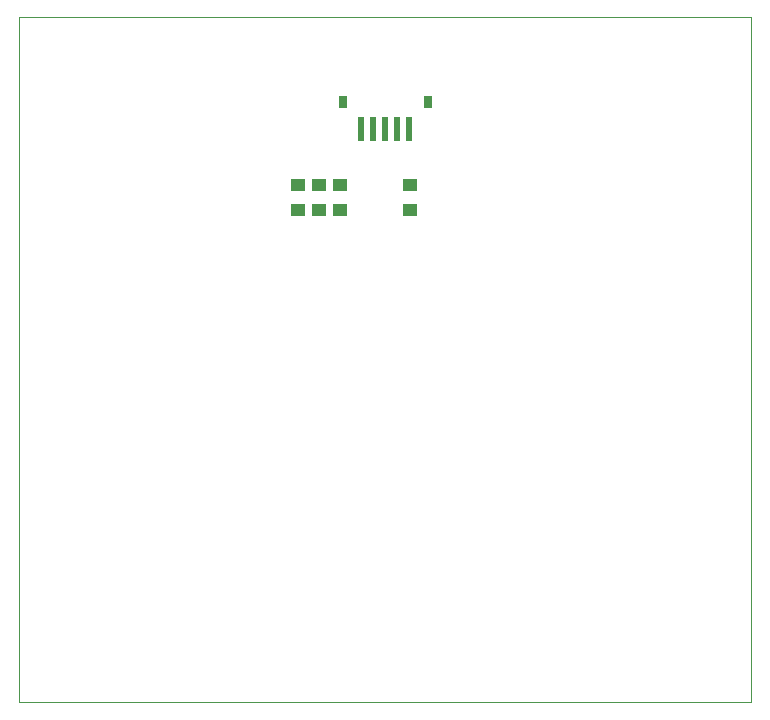
<source format=gbr>
G04 PROTEUS GERBER X2 FILE*
%TF.GenerationSoftware,Labcenter,Proteus,8.17-SP5-Build39395*%
%TF.CreationDate,2024-11-13T15:27:42+00:00*%
%TF.FileFunction,Paste,Bot*%
%TF.FilePolarity,Positive*%
%TF.Part,Single*%
%TF.SameCoordinates,{0a1d241a-e0a6-4a76-8978-5e44ef8297c2}*%
%FSLAX45Y45*%
%MOMM*%
G01*
%TA.AperFunction,Material*%
%ADD124R,1.270000X1.016000*%
%TA.AperFunction,Material*%
%ADD121R,0.600000X2.000000*%
%ADD122R,0.750000X1.000000*%
%TA.AperFunction,Profile*%
%ADD43C,0.101600*%
%TD.AperFunction*%
D124*
X-6690000Y+5380000D03*
X-6690000Y+5166640D03*
X-7280000Y+5380000D03*
X-7280000Y+5166640D03*
X-7460000Y+5380000D03*
X-7460000Y+5166640D03*
X-7640000Y+5380000D03*
X-7640000Y+5166640D03*
D121*
X-6700000Y+5850000D03*
X-6800000Y+5850000D03*
X-6900000Y+5850000D03*
X-7000000Y+5850000D03*
X-7100000Y+5850000D03*
D122*
X-6540000Y+6080000D03*
X-7260000Y+6080000D03*
D43*
X-10000000Y+1000000D02*
X-3800000Y+1000000D01*
X-3800000Y+6800000D01*
X-10000000Y+6800000D01*
X-10000000Y+1000000D01*
M02*

</source>
